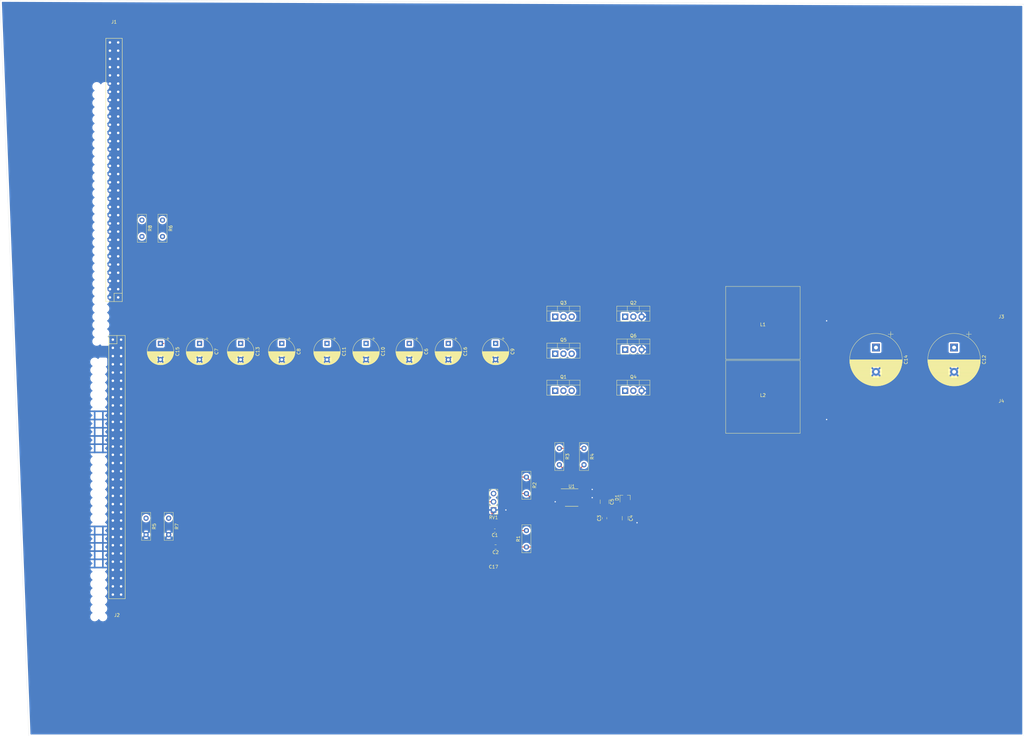
<source format=kicad_pcb>
(kicad_pcb (version 20171130) (host pcbnew "(5.1.4)-1")
  (layers (0 F.Cu signal) (1 In1.Cu signal) (2 In2.Cu signal) (31 B.Cu signal hide) (34 B.Paste user) (35 F.Paste user) (36 B.SilkS user) (37 F.SilkS user) (38 B.Mask user) (39 F.Mask user) (44 Edge.Cuts user))
  (net 0 "")
  (net 1 "Net-(C1-Pad1)")
  (net 2 GND)
  (net 3 "Net-(C17-Pad1)")
  (net 4 "Net-(C3-Pad2)")
  (net 5 "Net-(C4-Pad1)")
  (net 6 "Net-(D1-Pad1)")
  (net 7 "Net-(J1-Pad41)")
  (net 8 "Net-(J1-Pad40)")
  (net 9 "Net-(J1-Pad39)")
  (net 10 "Net-(J1-Pad38)")
  (net 11 "Net-(J1-Pad37)")
  (net 12 "Net-(J1-Pad36)")
  (net 13 "Net-(J1-Pad35)")
  (net 14 "Net-(J1-Pad31)")
  (net 15 "Net-(J1-Pad33)")
  (net 16 "Net-(J1-Pad32)")
  (net 17 "Net-(J1-Pad30)")
  (net 18 "Net-(J1-Pad29)")
  (net 19 "Net-(J1-Pad28)")
  (net 20 "Net-(J1-Pad27)")
  (net 21 "Net-(J1-Pad26)")
  (net 22 "Net-(J1-Pad25)")
  (net 23 "Net-(J1-Pad13)")
  (net 24 "Net-(J2-Pad25)")
  (net 25 "Net-(J2-Pad26)")
  (net 26 "Net-(J2-Pad27)")
  (net 27 "Net-(J2-Pad28)")
  (net 28 "Net-(J2-Pad29)")
  (net 29 "Net-(J2-Pad30)")
  (net 30 "Net-(J2-Pad31)")
  (net 31 "Net-(J2-Pad32)")
  (net 32 "Net-(J2-Pad33)")
  (net 33 "Net-(J2-Pad35)")
  (net 34 "Net-(J2-Pad36)")
  (net 35 "Net-(J2-Pad37)")
  (net 36 "Net-(J2-Pad38)")
  (net 37 "Net-(J2-Pad39)")
  (net 38 "Net-(J2-Pad40)")
  (net 39 "Net-(Q1-Pad1)")
  (net 40 "Net-(Q2-Pad1)")
  (net 41 "Net-(R2-Pad1)")
  (net 42 "Net-(R3-Pad2)")
  (net 43 "Net-(RV1-Pad2)")
  (net 44 "Net-(U1-Pad1)")
  (net 45 "Net-(U1-Pad3)")
  (net 46 /OutPutPowerBus)
  (net 47 "Net-(C5-Pad1)")
  (net 48 "Net-(C10-Pad1)")
  (net 49 "Net-(C12-Pad1)")
  (module Capacitor_SMD:C_0603_1608Metric_Pad1.05x0.95mm_HandSolder (layer F.Cu) (at 140.095 163.83 180)
    (fp_text reference C1 (at 0 -1.43) (layer F.SilkS))
    (fp_text value 2200pF)
    (pad 1 smd roundrect (at -0.875 0 180) (size 1.05 0.95) (layers F.Cu F.Paste F.Mask) (net 1 "Net-(C1-Pad1)"))
    (pad 2 smd roundrect (at 0.875 0 180) (size 1.05 0.95) (layers F.Cu F.Paste F.Mask) (net 2 GND))
  )
  (module Capacitor_SMD:C_0805_2012Metric (layer F.Cu) (at 140.335 168.91 180)
    (fp_text reference C2 (at 0 -1.65) (layer F.SilkS))
    (fp_text value 22pF)
    (pad 1 smd roundrect (at -0.9375 0 180) (size 0.975 1.4) (layers F.Cu F.Paste F.Mask) (net 3 "Net-(C17-Pad1)"))
    (pad 2 smd roundrect (at 0.9375 0 180) (size 0.975 1.4) (layers F.Cu F.Paste F.Mask) (net 2 GND))
  )
  (module Capacitor_SMD:C_0805_2012Metric (layer F.Cu) (at 173.99 160.02 90)
    (fp_text reference C3 (at 0 -1.65 90) (layer F.SilkS))
    (fp_text value 0.1uF)
    (pad 2 smd roundrect (at 0.9375 0 90) (size 0.975 1.4) (layers F.Cu F.Paste F.Mask) (net 4 "Net-(C3-Pad2)"))
    (pad 1 smd roundrect (at -0.9375 0 90) (size 0.975 1.4) (layers F.Cu F.Paste F.Mask) (net 2 GND))
  )
  (module Capacitor_SMD:C_1206_3216Metric (layer F.Cu) (at 180.34 160.02 270)
    (fp_text reference C4 (at 0 -1.82 90) (layer F.SilkS))
    (fp_text value "4.7 uF")
    (pad 1 smd roundrect (at -1.4 0 270) (size 1.25 1.75) (layers F.Cu F.Paste F.Mask) (roundrect_rratio 0.2) (net 5 "Net-(C4-Pad1)"))
    (pad 2 smd roundrect (at 1.4 0 270) (size 1.25 1.75) (layers F.Cu F.Paste F.Mask) (roundrect_rratio 0.2) (net 2 GND))
  )
  (module Capacitor_SMD:C_1210_3225Metric (layer F.Cu) (at 173.99 154.94 270)
    (fp_text reference C5 (at 0 -2.28 90) (layer F.SilkS))
    (fp_text value 0.47uF)
    (pad 1 smd roundrect (at -1.4 0 270) (size 1.25 2.65) (layers F.Cu F.Paste F.Mask) (roundrect_rratio 0.2) (net 47 "Net-(C5-Pad1)"))
    (pad 2 smd roundrect (at 1.4 0 270) (size 1.25 2.65) (layers F.Cu F.Paste F.Mask) (roundrect_rratio 0.2) (net 5 "Net-(C4-Pad1)"))
  )
  (module Capacitor_THT:CP_Radial_D8.0mm_P5.00mm (layer F.Cu) (at 113.665 106.045 270)
    (fp_text reference C6 (at 2.5 -5.25 90) (layer F.SilkS))
    (fp_text value 82uF)
    (pad 2 thru_hole circle (at 5 0 270) (size 1.6 1.6) (drill 0.8) (layers *.Cu *.Mask) (net 2 GND))
    (pad 1 thru_hole rect (at 0 0 270) (size 1.6 1.6) (drill 0.8) (layers *.Cu *.Mask) (net 48 "Net-(C10-Pad1)"))
  )
  (module Capacitor_THT:CP_Radial_D8.0mm_P5.00mm (layer F.Cu) (at 48.895 106.045 270)
    (fp_text reference C7 (at 2.5 -5.25 90) (layer F.SilkS))
    (fp_text value 82uF)
    (pad 1 thru_hole rect (at 0 0 270) (size 1.6 1.6) (drill 0.8) (layers *.Cu *.Mask) (net 48 "Net-(C10-Pad1)"))
    (pad 2 thru_hole circle (at 5 0 270) (size 1.6 1.6) (drill 0.8) (layers *.Cu *.Mask) (net 2 GND))
  )
  (module Capacitor_THT:CP_Radial_D8.0mm_P5.00mm (layer F.Cu) (at 74.295 106.045 270)
    (fp_text reference C8 (at 2.5 -5.25 90) (layer F.SilkS))
    (fp_text value 82uF)
    (pad 2 thru_hole circle (at 5 0 270) (size 1.6 1.6) (drill 0.8) (layers *.Cu *.Mask) (net 2 GND))
    (pad 1 thru_hole rect (at 0 0 270) (size 1.6 1.6) (drill 0.8) (layers *.Cu *.Mask) (net 48 "Net-(C10-Pad1)"))
  )
  (module Capacitor_THT:CP_Radial_D8.0mm_P5.00mm (layer F.Cu) (at 140.335 106.045 270)
    (fp_text reference C9 (at 2.5 -5.25 90) (layer F.SilkS))
    (fp_text value 82uF)
    (pad 1 thru_hole rect (at 0 0 270) (size 1.6 1.6) (drill 0.8) (layers *.Cu *.Mask) (net 48 "Net-(C10-Pad1)"))
    (pad 2 thru_hole circle (at 5 0 270) (size 1.6 1.6) (drill 0.8) (layers *.Cu *.Mask) (net 2 GND))
  )
  (module Capacitor_THT:CP_Radial_D8.0mm_P5.00mm (layer F.Cu) (at 100.33 106.045 270)
    (fp_text reference C10 (at 2.5 -5.25 90) (layer F.SilkS))
    (fp_text value 82uF)
    (pad 2 thru_hole circle (at 5 0 270) (size 1.6 1.6) (drill 0.8) (layers *.Cu *.Mask) (net 2 GND))
    (pad 1 thru_hole rect (at 0 0 270) (size 1.6 1.6) (drill 0.8) (layers *.Cu *.Mask) (net 48 "Net-(C10-Pad1)"))
  )
  (module Capacitor_THT:CP_Radial_D8.0mm_P5.00mm (layer F.Cu) (at 88.265 106.045 270)
    (fp_text reference C11 (at 2.5 -5.25 90) (layer F.SilkS))
    (fp_text value 82uF)
    (pad 1 thru_hole rect (at 0 0 270) (size 1.6 1.6) (drill 0.8) (layers *.Cu *.Mask) (net 48 "Net-(C10-Pad1)"))
    (pad 2 thru_hole circle (at 5 0 270) (size 1.6 1.6) (drill 0.8) (layers *.Cu *.Mask) (net 2 GND))
  )
  (module Capacitor_THT:CP_Radial_D16.0mm_P7.50mm (layer F.Cu) (at 281.94 107.315 270)
    (fp_text reference C12 (at 3.75 -9.25 90) (layer F.SilkS))
    (fp_text value 2200uF/50V)
    (pad 2 thru_hole circle (at 7.5 0 270) (size 2.4 2.4) (drill 1.2) (layers *.Cu *.Mask) (net 2 GND))
    (pad 1 thru_hole rect (at 0 0 270) (size 2.4 2.4) (drill 1.2) (layers *.Cu *.Mask) (net 49 "Net-(C12-Pad1)"))
  )
  (module Capacitor_THT:CP_Radial_D8.0mm_P5.00mm (layer F.Cu) (at 61.595 106.045 270)
    (fp_text reference C13 (at 2.5 -5.25 90) (layer F.SilkS))
    (fp_text value 82uF)
    (pad 1 thru_hole rect (at 0 0 270) (size 1.6 1.6) (drill 0.8) (layers *.Cu *.Mask) (net 48 "Net-(C10-Pad1)"))
    (pad 2 thru_hole circle (at 5 0 270) (size 1.6 1.6) (drill 0.8) (layers *.Cu *.Mask) (net 2 GND))
  )
  (module Capacitor_THT:CP_Radial_D16.0mm_P7.50mm (layer F.Cu) (at 257.81 107.315 270)
    (fp_text reference C14 (at 3.75 -9.25 90) (layer F.SilkS))
    (fp_text value 2200uF/50V)
    (pad 1 thru_hole rect (at 0 0 270) (size 2.4 2.4) (drill 1.2) (layers *.Cu *.Mask) (net 49 "Net-(C12-Pad1)"))
    (pad 2 thru_hole circle (at 7.5 0 270) (size 2.4 2.4) (drill 1.2) (layers *.Cu *.Mask) (net 2 GND))
  )
  (module Capacitor_THT:CP_Radial_D8.0mm_P5.00mm (layer F.Cu) (at 36.83 106.045 270)
    (fp_text reference C15 (at 2.5 -5.25 90) (layer F.SilkS))
    (fp_text value 82uF)
    (pad 2 thru_hole circle (at 5 0 270) (size 1.6 1.6) (drill 0.8) (layers *.Cu *.Mask) (net 2 GND))
    (pad 1 thru_hole rect (at 0 0 270) (size 1.6 1.6) (drill 0.8) (layers *.Cu *.Mask) (net 48 "Net-(C10-Pad1)"))
  )
  (module Capacitor_THT:CP_Radial_D8.0mm_P5.00mm (layer F.Cu) (at 125.73 106.045 270)
    (fp_text reference C16 (at 2.5 -5.25 90) (layer F.SilkS))
    (fp_text value 82uF)
    (pad 1 thru_hole rect (at 0 0 270) (size 1.6 1.6) (drill 0.8) (layers *.Cu *.Mask) (net 48 "Net-(C10-Pad1)"))
    (pad 2 thru_hole circle (at 5 0 270) (size 1.6 1.6) (drill 0.8) (layers *.Cu *.Mask) (net 2 GND))
  )
  (module Diode_SMD:D_SOT-23_ANK (layer F.Cu) (at 180.34 153.67 90)
    (fp_text reference D1 (at 0 -2.5 90) (layer F.SilkS))
    (fp_text value ZLLS1000TA)
    (pad 2 smd rect (at -1 -0.95 90) (size 0.9 0.8) (layers F.Cu F.Paste F.Mask) (net 5 "Net-(C4-Pad1)"))
    (pad "" smd rect (at -1 0.95 90) (size 0.9 0.8) (layers F.Cu F.Paste F.Mask))
    (pad 1 smd rect (at 1 0 90) (size 0.9 0.8) (layers F.Cu F.Paste F.Mask) (net 6 "Net-(D1-Pad1)"))
  )
  (module Connector_Wire:SolderWirePad_1x01_SMD_5x10mm (layer F.Cu) (at 296.545 101.6)
    (fp_text reference J3 (at 0 -3.81) (layer F.SilkS))
    (fp_text value Conn_01x01)
    (pad 1 smd rect (at 0 0) (size 5 10) (layers F.Cu F.Paste F.Mask) (net 49 "Net-(C12-Pad1)"))
  )
  (module Connector_Wire:SolderWirePad_1x01_SMD_5x10mm (layer F.Cu) (at 296.545 120.015 180)
    (fp_text reference J4 (at 0 -3.81) (layer F.SilkS))
    (fp_text value Conn_01x01)
    (pad 1 smd rect (at 0 0 180) (size 5 10) (layers F.Cu F.Paste F.Mask) (net 2 GND))
  )
  (module ThorPSU:MPX1D2213 (layer F.Cu) (at 222.885 99.695)
    (fp_text reference L1 (at 0 0.5) (layer F.SilkS))
    (fp_text value 15uH)
    (pad 2 smd rect (at 9.15 0) (size 6 18.5) (layers F.Cu F.Paste F.Mask) (net 49 "Net-(C12-Pad1)"))
    (pad 1 smd rect (at -9.15 0) (size 6 18.5) (layers F.Cu F.Paste F.Mask) (net 47 "Net-(C5-Pad1)"))
  )
  (module ThorPSU:MPX1D2213 (layer F.Cu) (at 222.885 122.555 180)
    (fp_text reference L2 (at 0 0.5) (layer F.SilkS))
    (fp_text value 15uH)
    (pad 1 smd rect (at -9.15 0 180) (size 6 18.5) (layers F.Cu F.Paste F.Mask) (net 49 "Net-(C12-Pad1)"))
    (pad 2 smd rect (at 9.15 0 180) (size 6 18.5) (layers F.Cu F.Paste F.Mask) (net 47 "Net-(C5-Pad1)"))
  )
  (module Package_TO_SOT_THT:TO-220-3_Vertical (layer F.Cu) (at 158.75 120.65)
    (fp_text reference Q1 (at 2.54 -4.27) (layer F.SilkS))
    (fp_text value PHP79NQ08LT)
    (pad 3 thru_hole oval (at 5.08 0) (size 1.905 2) (drill 1.1) (layers *.Cu *.Mask) (net 47 "Net-(C5-Pad1)"))
    (pad 2 thru_hole oval (at 2.54 0) (size 1.905 2) (drill 1.1) (layers *.Cu *.Mask) (net 48 "Net-(C10-Pad1)"))
    (pad 1 thru_hole rect (at 0 0) (size 1.905 2) (drill 1.1) (layers *.Cu *.Mask) (net 39 "Net-(Q1-Pad1)"))
  )
  (module Package_TO_SOT_THT:TO-220-3_Vertical (layer F.Cu) (at 180.34 97.79)
    (fp_text reference Q2 (at 2.54 -4.27) (layer F.SilkS))
    (fp_text value PHP79NQ08LT)
    (pad 1 thru_hole rect (at 0 0) (size 1.905 2) (drill 1.1) (layers *.Cu *.Mask) (net 40 "Net-(Q2-Pad1)"))
    (pad 2 thru_hole oval (at 2.54 0) (size 1.905 2) (drill 1.1) (layers *.Cu *.Mask) (net 47 "Net-(C5-Pad1)"))
    (pad 3 thru_hole oval (at 5.08 0) (size 1.905 2) (drill 1.1) (layers *.Cu *.Mask) (net 2 GND))
  )
  (module Package_TO_SOT_THT:TO-220-3_Vertical (layer F.Cu) (at 158.75 97.79)
    (fp_text reference Q3 (at 2.54 -4.27) (layer F.SilkS))
    (fp_text value PHP79NQ08LT)
    (pad 1 thru_hole rect (at 0 0) (size 1.905 2) (drill 1.1) (layers *.Cu *.Mask) (net 39 "Net-(Q1-Pad1)"))
    (pad 2 thru_hole oval (at 2.54 0) (size 1.905 2) (drill 1.1) (layers *.Cu *.Mask) (net 48 "Net-(C10-Pad1)"))
    (pad 3 thru_hole oval (at 5.08 0) (size 1.905 2) (drill 1.1) (layers *.Cu *.Mask) (net 47 "Net-(C5-Pad1)"))
  )
  (module Package_TO_SOT_THT:TO-220-3_Vertical (layer F.Cu) (at 180.34 120.65)
    (fp_text reference Q4 (at 2.54 -4.27) (layer F.SilkS))
    (fp_text value PHP79NQ08LT)
    (pad 3 thru_hole oval (at 5.08 0) (size 1.905 2) (drill 1.1) (layers *.Cu *.Mask) (net 2 GND))
    (pad 2 thru_hole oval (at 2.54 0) (size 1.905 2) (drill 1.1) (layers *.Cu *.Mask) (net 47 "Net-(C5-Pad1)"))
    (pad 1 thru_hole rect (at 0 0) (size 1.905 2) (drill 1.1) (layers *.Cu *.Mask) (net 40 "Net-(Q2-Pad1)"))
  )
  (module Package_TO_SOT_THT:TO-220-3_Vertical (layer F.Cu) (at 158.75 109.22)
    (fp_text reference Q5 (at 2.54 -4.27) (layer F.SilkS))
    (fp_text value PHP79NQ08LT)
    (pad 3 thru_hole oval (at 5.08 0) (size 1.905 2) (drill 1.1) (layers *.Cu *.Mask) (net 47 "Net-(C5-Pad1)"))
    (pad 2 thru_hole oval (at 2.54 0) (size 1.905 2) (drill 1.1) (layers *.Cu *.Mask) (net 48 "Net-(C10-Pad1)"))
    (pad 1 thru_hole rect (at 0 0) (size 1.905 2) (drill 1.1) (layers *.Cu *.Mask) (net 39 "Net-(Q1-Pad1)"))
  )
  (module Package_TO_SOT_THT:TO-220-3_Vertical (layer F.Cu) (at 180.34 107.95)
    (fp_text reference Q6 (at 2.54 -4.27) (layer F.SilkS))
    (fp_text value PHP79NQ08LT)
    (pad 1 thru_hole rect (at 0 0) (size 1.905 2) (drill 1.1) (layers *.Cu *.Mask) (net 40 "Net-(Q2-Pad1)"))
    (pad 2 thru_hole oval (at 2.54 0) (size 1.905 2) (drill 1.1) (layers *.Cu *.Mask) (net 47 "Net-(C5-Pad1)"))
    (pad 3 thru_hole oval (at 5.08 0) (size 1.905 2) (drill 1.1) (layers *.Cu *.Mask) (net 2 GND))
  )
  (module Resistor_THT:R_Box_L8.4mm_W2.5mm_P5.08mm (layer F.Cu) (at 149.86 168.91 90)
    (fp_text reference R1 (at 2.54 -2.52 90) (layer F.SilkS))
    (fp_text value 22k)
    (pad 2 thru_hole circle (at 5.08 0 90) (size 1.6 1.6) (drill 0.8) (layers *.Cu *.Mask) (net 1 "Net-(C1-Pad1)"))
    (pad 1 thru_hole circle (at 0 0 90) (size 1.6 1.6) (drill 0.8) (layers *.Cu *.Mask) (net 3 "Net-(C17-Pad1)"))
  )
  (module Resistor_THT:R_Box_L8.4mm_W2.5mm_P5.08mm (layer F.Cu) (at 149.86 147.32 270)
    (fp_text reference R2 (at 2.54 -2.52 90) (layer F.SilkS))
    (fp_text value 100k)
    (pad 1 thru_hole circle (at 0 0 270) (size 1.6 1.6) (drill 0.8) (layers *.Cu *.Mask) (net 41 "Net-(R2-Pad1)"))
    (pad 2 thru_hole circle (at 5.08 0 270) (size 1.6 1.6) (drill 0.8) (layers *.Cu *.Mask) (net 5 "Net-(C4-Pad1)"))
  )
  (module Resistor_THT:R_Box_L8.4mm_W2.5mm_P5.08mm (layer F.Cu) (at 160.02 138.43 270)
    (fp_text reference R3 (at 2.54 -2.52 90) (layer F.SilkS))
    (fp_text value 8570k)
    (pad 2 thru_hole circle (at 5.08 0 270) (size 1.6 1.6) (drill 0.8) (layers *.Cu *.Mask) (net 42 "Net-(R3-Pad2)"))
    (pad 1 thru_hole circle (at 0 0 270) (size 1.6 1.6) (drill 0.8) (layers *.Cu *.Mask) (net 48 "Net-(C10-Pad1)"))
  )
  (module Resistor_THT:R_Box_L8.4mm_W2.5mm_P5.08mm (layer F.Cu) (at 167.64 138.43 270)
    (fp_text reference R4 (at 2.54 -2.52 90) (layer F.SilkS))
    (fp_text value 2.2)
    (pad 1 thru_hole circle (at 0 0 270) (size 1.6 1.6) (drill 0.8) (layers *.Cu *.Mask) (net 48 "Net-(C10-Pad1)"))
    (pad 2 thru_hole circle (at 5.08 0 270) (size 1.6 1.6) (drill 0.8) (layers *.Cu *.Mask) (net 4 "Net-(C3-Pad2)"))
  )
  (module Resistor_THT:R_Box_L8.4mm_W2.5mm_P5.08mm (layer F.Cu) (at 32.385 160.02 270)
    (fp_text reference R5 (at 2.54 -2.52 90) (layer F.SilkS))
    (fp_text value "3.3 k")
    (pad 2 thru_hole circle (at 5.08 0 270) (size 1.6 1.6) (drill 0.8) (layers *.Cu *.Mask) (net 2 GND))
    (pad 1 thru_hole circle (at 0 0 270) (size 1.6 1.6) (drill 0.8) (layers *.Cu *.Mask) (net 31 "Net-(J2-Pad32)"))
  )
  (module Resistor_THT:R_Box_L8.4mm_W2.5mm_P5.08mm (layer F.Cu) (at 37.465 67.945 270)
    (fp_text reference R6 (at 2.54 -2.52 90) (layer F.SilkS))
    (fp_text value "3.3 k")
    (pad 1 thru_hole circle (at 0 0 270) (size 1.6 1.6) (drill 0.8) (layers *.Cu *.Mask) (net 16 "Net-(J1-Pad32)"))
    (pad 2 thru_hole circle (at 5.08 0 270) (size 1.6 1.6) (drill 0.8) (layers *.Cu *.Mask) (net 23 "Net-(J1-Pad13)"))
  )
  (module Resistor_THT:R_Box_L8.4mm_W2.5mm_P5.08mm (layer F.Cu) (at 39.37 160.02 270)
    (fp_text reference R7 (at 2.54 -2.52 90) (layer F.SilkS))
    (fp_text value "3.3 k")
    (pad 1 thru_hole circle (at 0 0 270) (size 1.6 1.6) (drill 0.8) (layers *.Cu *.Mask) (net 31 "Net-(J2-Pad32)"))
    (pad 2 thru_hole circle (at 5.08 0 270) (size 1.6 1.6) (drill 0.8) (layers *.Cu *.Mask) (net 2 GND))
  )
  (module Resistor_THT:R_Box_L8.4mm_W2.5mm_P5.08mm (layer F.Cu) (at 31.115 67.945 270)
    (fp_text reference R8 (at 2.54 -2.52 90) (layer F.SilkS))
    (fp_text value "3.3 k")
    (pad 2 thru_hole circle (at 5.08 0 270) (size 1.6 1.6) (drill 0.8) (layers *.Cu *.Mask) (net 23 "Net-(J1-Pad13)"))
    (pad 1 thru_hole circle (at 0 0 270) (size 1.6 1.6) (drill 0.8) (layers *.Cu *.Mask) (net 16 "Net-(J1-Pad32)"))
  )
  (module Connector_PinHeader_2.54mm:PinHeader_1x03_P2.54mm_Vertical (layer F.Cu) (at 139.7 157.48 180)
    (fp_text reference RV1 (at 0 -2.33) (layer F.SilkS))
    (fp_text value R_POT)
    (pad 1 thru_hole rect (at 0 0 180) (size 1.7 1.7) (drill 1) (layers *.Cu *.Mask) (net 2 GND))
    (pad 2 thru_hole oval (at 0 2.54 180) (size 1.7 1.7) (drill 1) (layers *.Cu *.Mask) (net 43 "Net-(RV1-Pad2)"))
    (pad 3 thru_hole oval (at 0 5.08 180) (size 1.7 1.7) (drill 1) (layers *.Cu *.Mask) (net 49 "Net-(C12-Pad1)"))
  )
  (module Package_SO:SSOP-16_3.9x4.9mm_P0.635mm (layer F.Cu) (at 163.83 153.67)
    (fp_text reference U1 (at 0 -3.5) (layer F.SilkS))
    (fp_text value LTC3878)
    (pad 1 smd rect (at -2.6 -2.2225) (size 1.2 0.4) (layers F.Cu F.Paste F.Mask) (net 44 "Net-(U1-Pad1)"))
    (pad 2 smd rect (at -2.6 -1.5875) (size 1.2 0.4) (layers F.Cu F.Paste F.Mask) (net 41 "Net-(R2-Pad1)"))
    (pad 3 smd rect (at -2.6 -0.9525) (size 1.2 0.4) (layers F.Cu F.Paste F.Mask) (net 45 "Net-(U1-Pad3)"))
    (pad 4 smd rect (at -2.6 -0.3175) (size 1.2 0.4) (layers F.Cu F.Paste F.Mask) (net 5 "Net-(C4-Pad1)"))
    (pad 5 smd rect (at -2.6 0.3175) (size 1.2 0.4) (layers F.Cu F.Paste F.Mask) (net 3 "Net-(C17-Pad1)"))
    (pad 6 smd rect (at -2.6 0.9525) (size 1.2 0.4) (layers F.Cu F.Paste F.Mask) (net 2 GND))
    (pad 7 smd rect (at -2.6 1.5875) (size 1.2 0.4) (layers F.Cu F.Paste F.Mask) (net 42 "Net-(R3-Pad2)"))
    (pad 8 smd rect (at -2.6 2.2225) (size 1.2 0.4) (layers F.Cu F.Paste F.Mask) (net 43 "Net-(RV1-Pad2)"))
    (pad 9 smd rect (at 2.6 2.2225) (size 1.2 0.4) (layers F.Cu F.Paste F.Mask) (net 41 "Net-(R2-Pad1)"))
    (pad 10 smd rect (at 2.6 1.5875) (size 1.2 0.4) (layers F.Cu F.Paste F.Mask) (net 4 "Net-(C3-Pad2)"))
    (pad 11 smd rect (at 2.6 0.9525) (size 1.2 0.4) (layers F.Cu F.Paste F.Mask) (net 5 "Net-(C4-Pad1)"))
    (pad 12 smd rect (at 2.6 0.3175) (size 1.2 0.4) (layers F.Cu F.Paste F.Mask) (net 40 "Net-(Q2-Pad1)"))
    (pad 13 smd rect (at 2.6 -0.3175) (size 1.2 0.4) (layers F.Cu F.Paste F.Mask) (net 2 GND))
    (pad 14 smd rect (at 2.6 -0.9525) (size 1.2 0.4) (layers F.Cu F.Paste F.Mask) (net 47 "Net-(C5-Pad1)"))
    (pad 15 smd rect (at 2.6 -1.5875) (size 1.2 0.4) (layers F.Cu F.Paste F.Mask) (net 39 "Net-(Q1-Pad1)"))
    (pad 16 smd rect (at 2.6 -2.2225) (size 1.2 0.4) (layers F.Cu F.Paste F.Mask) (net 6 "Net-(D1-Pad1)"))
  )
  (module Capacitor_SMD:C_0201_0603Metric (layer F.Cu) (at 139.7 173.99 180)
    (fp_text reference C17 (at 0 -1.05) (layer F.SilkS))
    (fp_text value 22pF)
    (pad 1 smd roundrect (at -0.32 0 180) (size 0.46 0.4) (layers F.Cu F.Mask) (net 3 "Net-(C17-Pad1)"))
    (pad 2 smd roundrect (at 0.32 0 180) (size 0.46 0.4) (layers F.Cu F.Mask) (net 2 GND))
  )
  (module "ThorPSU:HP DPS connector" (layer F.Cu) (at 22.5 55 180)
    (fp_text reference J1 (at 0 48.26) (layer F.SilkS))
    (fp_text value Conn_02x32_Counter_Clockwise)
    (pad 33 thru_hole circle (at 1.27 41.91 180) (size 1.524 1.524) (drill 0.762) (layers *.Cu *.Mask) (net 15 "Net-(J1-Pad33)"))
    (pad 34 thru_hole circle (at 1.27 39.37 180) (size 1.524 1.524) (drill 0.762) (layers *.Cu *.Mask) (net 14 "Net-(J1-Pad31)"))
    (pad 35 thru_hole circle (at 1.27 36.83 180) (size 1.524 1.524) (drill 0.762) (layers *.Cu *.Mask) (net 13 "Net-(J1-Pad35)"))
    (pad 36 thru_hole circle (at 1.27 34.29 180) (size 1.524 1.524) (drill 0.762) (layers *.Cu *.Mask) (net 12 "Net-(J1-Pad36)"))
    (pad 37 thru_hole circle (at 1.27 31.75 180) (size 1.524 1.524) (drill 0.762) (layers *.Cu *.Mask) (net 11 "Net-(J1-Pad37)"))
    (pad 38 thru_hole circle (at 1.27 29.21 180) (size 1.524 1.524) (drill 0.762) (layers *.Cu *.Mask) (net 10 "Net-(J1-Pad38)"))
    (pad 39 thru_hole circle (at 1.27 26.67 180) (size 1.524 1.524) (drill 0.762) (layers *.Cu *.Mask) (net 9 "Net-(J1-Pad39)"))
    (pad 40 thru_hole circle (at 1.27 24.13 180) (size 1.524 1.524) (drill 0.762) (layers *.Cu *.Mask) (net 8 "Net-(J1-Pad40)"))
    (pad 41 thru_hole circle (at 1.27 21.59 180) (size 1.524 1.524) (drill 0.762) (layers *.Cu *.Mask) (net 7 "Net-(J1-Pad41)"))
    (pad 42 thru_hole circle (at 1.27 19.05 180) (size 1.524 1.524) (drill 0.762) (layers *.Cu *.Mask) (net 7 "Net-(J1-Pad41)"))
    (pad 43 thru_hole circle (at 1.27 16.51 180) (size 1.524 1.524) (drill 0.762) (layers *.Cu *.Mask) (net 7 "Net-(J1-Pad41)"))
    (pad 44 thru_hole circle (at 1.27 13.97 180) (size 1.524 1.524) (drill 0.762) (layers *.Cu *.Mask) (net 7 "Net-(J1-Pad41)"))
    (pad 45 thru_hole circle (at 1.27 11.43 180) (size 1.524 1.524) (drill 0.762) (layers *.Cu *.Mask) (net 7 "Net-(J1-Pad41)"))
    (pad 46 thru_hole circle (at 1.27 8.89 180) (size 1.524 1.524) (drill 0.762) (layers *.Cu *.Mask) (net 7 "Net-(J1-Pad41)"))
    (pad 47 thru_hole circle (at 1.27 6.35 180) (size 1.524 1.524) (drill 0.762) (layers *.Cu *.Mask) (net 7 "Net-(J1-Pad41)"))
    (pad 48 thru_hole circle (at 1.27 3.81 180) (size 1.524 1.524) (drill 0.762) (layers *.Cu *.Mask) (net 7 "Net-(J1-Pad41)"))
    (pad 49 thru_hole circle (at 1.27 1.27 180) (size 1.524 1.524) (drill 0.762) (layers *.Cu *.Mask) (net 7 "Net-(J1-Pad41)"))
    (pad 50 thru_hole circle (at 1.27 -1.27 180) (size 1.524 1.524) (drill 0.762) (layers *.Cu *.Mask) (net 7 "Net-(J1-Pad41)"))
    (pad 51 thru_hole circle (at 1.27 -3.81 180) (size 1.524 1.524) (drill 0.762) (layers *.Cu *.Mask) (net 7 "Net-(J1-Pad41)"))
    (pad 52 thru_hole circle (at 1.27 -6.35 180) (size 1.524 1.524) (drill 0.762) (layers *.Cu *.Mask) (net 7 "Net-(J1-Pad41)"))
    (pad 53 thru_hole circle (at 1.27 -8.89 180) (size 1.524 1.524) (drill 0.762) (layers *.Cu *.Mask) (net 48 "Net-(C10-Pad1)"))
    (pad 54 thru_hole circle (at 1.27 -11.43 180) (size 1.524 1.524) (drill 0.762) (layers *.Cu *.Mask) (net 48 "Net-(C10-Pad1)"))
    (pad 55 thru_hole circle (at 1.27 -13.97 180) (size 1.524 1.524) (drill 0.762) (layers *.Cu *.Mask) (net 48 "Net-(C10-Pad1)"))
    (pad 56 thru_hole circle (at 1.27 -16.51 180) (size 1.524 1.524) (drill 0.762) (layers *.Cu *.Mask) (net 48 "Net-(C10-Pad1)"))
    (pad 57 thru_hole circle (at 1.27 -19.05 180) (size 1.524 1.524) (drill 0.762) (layers *.Cu *.Mask) (net 48 "Net-(C10-Pad1)"))
    (pad 58 thru_hole circle (at 1.27 -21.59 180) (size 1.524 1.524) (drill 0.762) (layers *.Cu *.Mask) (net 48 "Net-(C10-Pad1)"))
    (pad 59 thru_hole circle (at 1.27 -24.13 180) (size 1.524 1.524) (drill 0.762) (layers *.Cu *.Mask) (net 48 "Net-(C10-Pad1)"))
    (pad 60 thru_hole circle (at 1.27 -26.67 180) (size 1.524 1.524) (drill 0.762) (layers *.Cu *.Mask) (net 48 "Net-(C10-Pad1)"))
    (pad 61 thru_hole circle (at 1.27 -29.21 180) (size 1.524 1.524) (drill 0.762) (layers *.Cu *.Mask) (net 48 "Net-(C10-Pad1)"))
    (pad 62 thru_hole circle (at 1.27 -31.75 180) (size 1.524 1.524) (drill 0.762) (layers *.Cu *.Mask) (net 48 "Net-(C10-Pad1)"))
    (pad 63 thru_hole circle (at 1.27 -34.29 180) (size 1.524 1.524) (drill 0.762) (layers *.Cu *.Mask) (net 48 "Net-(C10-Pad1)"))
    (pad 1 thru_hole rect (at -1.27 -36.83 180) (size 1.524 1.524) (drill 0.762) (layers *.Cu *.Mask) (net 48 "Net-(C10-Pad1)"))
    (pad 2 thru_hole circle (at -1.27 -34.29 180) (size 1.524 1.524) (drill 0.762) (layers *.Cu *.Mask) (net 48 "Net-(C10-Pad1)"))
    (pad 3 thru_hole circle (at -1.27 -31.75 180) (size 1.524 1.524) (drill 0.762) (layers *.Cu *.Mask) (net 48 "Net-(C10-Pad1)"))
    (pad 4 thru_hole circle (at -1.27 -29.21 180) (size 1.524 1.524) (drill 0.762) (layers *.Cu *.Mask) (net 48 "Net-(C10-Pad1)"))
    (pad 5 thru_hole circle (at -1.27 -26.67 180) (size 1.524 1.524) (drill 0.762) (layers *.Cu *.Mask) (net 48 "Net-(C10-Pad1)"))
    (pad 6 thru_hole circle (at -1.27 -24.13 180) (size 1.524 1.524) (drill 0.762) (layers *.Cu *.Mask) (net 48 "Net-(C10-Pad1)"))
    (pad 7 thru_hole circle (at -1.27 -21.59 180) (size 1.524 1.524) (drill 0.762) (layers *.Cu *.Mask) (net 48 "Net-(C10-Pad1)"))
    (pad 8 thru_hole circle (at -1.27 -19.05 180) (size 1.524 1.524) (drill 0.762) (layers *.Cu *.Mask) (net 48 "Net-(C10-Pad1)"))
    (pad 9 thru_hole circle (at -1.27 -16.51 180) (size 1.524 1.524) (drill 0.762) (layers *.Cu *.Mask) (net 48 "Net-(C10-Pad1)"))
    (pad 10 thru_hole circle (at -1.27 -13.97 180) (size 1.524 1.524) (drill 0.762) (layers *.Cu *.Mask) (net 48 "Net-(C10-Pad1)"))
    (pad 11 thru_hole circle (at -1.27 -11.43 180) (size 1.524 1.524) (drill 0.762) (layers *.Cu *.Mask) (net 48 "Net-(C10-Pad1)"))
    (pad 12 thru_hole circle (at -1.27 -8.89 180) (size 1.524 1.524) (drill 0.762) (layers *.Cu *.Mask) (net 48 "Net-(C10-Pad1)"))
    (pad 13 thru_hole circle (at -1.27 -6.35 180) (size 1.524 1.524) (drill 0.762) (layers *.Cu *.Mask) (net 23 "Net-(J1-Pad13)"))
    (pad 14 thru_hole circle (at -1.27 -3.81 180) (size 1.524 1.524) (drill 0.762) (layers *.Cu *.Mask) (net 23 "Net-(J1-Pad13)"))
    (pad 15 thru_hole circle (at -1.27 -1.27 180) (size 1.524 1.524) (drill 0.762) (layers *.Cu *.Mask) (net 23 "Net-(J1-Pad13)"))
    (pad 16 thru_hole circle (at -1.27 1.27 180) (size 1.524 1.524) (drill 0.762) (layers *.Cu *.Mask) (net 23 "Net-(J1-Pad13)"))
    (pad 17 thru_hole circle (at -1.27 3.81 180) (size 1.524 1.524) (drill 0.762) (layers *.Cu *.Mask) (net 23 "Net-(J1-Pad13)"))
    (pad 18 thru_hole circle (at -1.27 6.35 180) (size 1.524 1.524) (drill 0.762) (layers *.Cu *.Mask) (net 23 "Net-(J1-Pad13)"))
    (pad 19 thru_hole circle (at -1.27 8.89 180) (size 1.524 1.524) (drill 0.762) (layers *.Cu *.Mask) (net 23 "Net-(J1-Pad13)"))
    (pad 20 thru_hole circle (at -1.27 11.43 180) (size 1.524 1.524) (drill 0.762) (layers *.Cu *.Mask) (net 23 "Net-(J1-Pad13)"))
    (pad 21 thru_hole circle (at -1.27 13.97 180) (size 1.524 1.524) (drill 0.762) (layers *.Cu *.Mask) (net 23 "Net-(J1-Pad13)"))
    (pad 22 thru_hole circle (at -1.27 16.51 180) (size 1.524 1.524) (drill 0.762) (layers *.Cu *.Mask) (net 23 "Net-(J1-Pad13)"))
    (pad 23 thru_hole circle (at -1.27 19.05 180) (size 1.524 1.524) (drill 0.762) (layers *.Cu *.Mask) (net 23 "Net-(J1-Pad13)"))
    (pad 24 thru_hole circle (at -1.27 21.59 180) (size 1.524 1.524) (drill 0.762) (layers *.Cu *.Mask) (net 23 "Net-(J1-Pad13)"))
    (pad 25 thru_hole circle (at -1.27 24.13 180) (size 1.524 1.524) (drill 0.762) (layers *.Cu *.Mask) (net 22 "Net-(J1-Pad25)"))
    (pad 26 thru_hole circle (at -1.27 26.67 180) (size 1.524 1.524) (drill 0.762) (layers *.Cu *.Mask) (net 21 "Net-(J1-Pad26)"))
    (pad 27 thru_hole circle (at -1.27 29.21 180) (size 1.524 1.524) (drill 0.762) (layers *.Cu *.Mask) (net 20 "Net-(J1-Pad27)"))
    (pad 28 thru_hole circle (at -1.27 31.75 180) (size 1.524 1.524) (drill 0.762) (layers *.Cu *.Mask) (net 19 "Net-(J1-Pad28)"))
    (pad 29 thru_hole circle (at -1.27 34.29 180) (size 1.524 1.524) (drill 0.762) (layers *.Cu *.Mask) (net 18 "Net-(J1-Pad29)"))
    (pad 30 thru_hole circle (at -1.27 36.83 180) (size 1.524 1.524) (drill 0.762) (layers *.Cu *.Mask) (net 17 "Net-(J1-Pad30)"))
    (pad 31 thru_hole circle (at -1.27 39.37 180) (size 1.524 1.524) (drill 0.762) (layers *.Cu *.Mask) (net 14 "Net-(J1-Pad31)"))
    (pad 32 thru_hole circle (at -1.27 41.91 180) (size 1.524 1.524) (drill 0.762) (layers *.Cu *.Mask) (net 16 "Net-(J1-Pad32)"))
    (pad 64 thru_hole circle (at 1.27 -36.83 180) (size 1.524 1.524) (drill 0.762) (layers *.Cu *.Mask) (net 48 "Net-(C10-Pad1)"))
  )
  (module "ThorPSU:HP DPS connector" (layer F.Cu) (at 23.4 141.7)
    (fp_text reference J2 (at 0 48.26) (layer F.SilkS))
    (fp_text value Conn_02x32_Counter_Clockwise)
    (pad 64 thru_hole circle (at 1.27 -36.83) (size 1.524 1.524) (drill 0.762) (layers *.Cu *.Mask) (net 7 "Net-(J1-Pad41)"))
    (pad 32 thru_hole circle (at -1.27 41.91) (size 1.524 1.524) (drill 0.762) (layers *.Cu *.Mask) (net 31 "Net-(J2-Pad32)"))
    (pad 31 thru_hole circle (at -1.27 39.37) (size 1.524 1.524) (drill 0.762) (layers *.Cu *.Mask) (net 30 "Net-(J2-Pad31)"))
    (pad 30 thru_hole circle (at -1.27 36.83) (size 1.524 1.524) (drill 0.762) (layers *.Cu *.Mask) (net 29 "Net-(J2-Pad30)"))
    (pad 29 thru_hole circle (at -1.27 34.29) (size 1.524 1.524) (drill 0.762) (layers *.Cu *.Mask) (net 28 "Net-(J2-Pad29)"))
    (pad 28 thru_hole circle (at -1.27 31.75) (size 1.524 1.524) (drill 0.762) (layers *.Cu *.Mask) (net 27 "Net-(J2-Pad28)"))
    (pad 27 thru_hole circle (at -1.27 29.21) (size 1.524 1.524) (drill 0.762) (layers *.Cu *.Mask) (net 26 "Net-(J2-Pad27)"))
    (pad 26 thru_hole circle (at -1.27 26.67) (size 1.524 1.524) (drill 0.762) (layers *.Cu *.Mask) (net 25 "Net-(J2-Pad26)"))
    (pad 25 thru_hole circle (at -1.27 24.13) (size 1.524 1.524) (drill 0.762) (layers *.Cu *.Mask) (net 24 "Net-(J2-Pad25)"))
    (pad 24 thru_hole circle (at -1.27 21.59) (size 1.524 1.524) (drill 0.762) (layers *.Cu *.Mask) (net 2 GND))
    (pad 23 thru_hole circle (at -1.27 19.05) (size 1.524 1.524) (drill 0.762) (layers *.Cu *.Mask) (net 2 GND))
    (pad 22 thru_hole circle (at -1.27 16.51) (size 1.524 1.524) (drill 0.762) (layers *.Cu *.Mask) (net 2 GND))
    (pad 21 thru_hole circle (at -1.27 13.97) (size 1.524 1.524) (drill 0.762) (layers *.Cu *.Mask) (net 2 GND))
    (pad 20 thru_hole circle (at -1.27 11.43) (size 1.524 1.524) (drill 0.762) (layers *.Cu *.Mask) (net 2 GND))
    (pad 19 thru_hole circle (at -1.27 8.89) (size 1.524 1.524) (drill 0.762) (layers *.Cu *.Mask) (net 2 GND))
    (pad 18 thru_hole circle (at -1.27 6.35) (size 1.524 1.524) (drill 0.762) (layers *.Cu *.Mask) (net 2 GND))
    (pad 17 thru_hole circle (at -1.27 3.81) (size 1.524 1.524) (drill 0.762) (layers *.Cu *.Mask) (net 2 GND))
    (pad 16 thru_hole circle (at -1.27 1.27) (size 1.524 1.524) (drill 0.762) (layers *.Cu *.Mask) (net 2 GND))
    (pad 15 thru_hole circle (at -1.27 -1.27) (size 1.524 1.524) (drill 0.762) (layers *.Cu *.Mask) (net 2 GND))
    (pad 14 thru_hole circle (at -1.27 -3.81) (size 1.524 1.524) (drill 0.762) (layers *.Cu *.Mask) (net 2 GND))
    (pad 13 thru_hole circle (at -1.27 -6.35) (size 1.524 1.524) (drill 0.762) (layers *.Cu *.Mask) (net 2 GND))
    (pad 12 thru_hole circle (at -1.27 -8.89) (size 1.524 1.524) (drill 0.762) (layers *.Cu *.Mask) (net 23 "Net-(J1-Pad13)"))
    (pad 11 thru_hole circle (at -1.27 -11.43) (size 1.524 1.524) (drill 0.762) (layers *.Cu *.Mask) (net 23 "Net-(J1-Pad13)"))
    (pad 10 thru_hole circle (at -1.27 -13.97) (size 1.524 1.524) (drill 0.762) (layers *.Cu *.Mask) (net 23 "Net-(J1-Pad13)"))
    (pad 9 thru_hole circle (at -1.27 -16.51) (size 1.524 1.524) (drill 0.762) (layers *.Cu *.Mask) (net 23 "Net-(J1-Pad13)"))
    (pad 8 thru_hole circle (at -1.27 -19.05) (size 1.524 1.524) (drill 0.762) (layers *.Cu *.Mask) (net 23 "Net-(J1-Pad13)"))
    (pad 7 thru_hole circle (at -1.27 -21.59) (size 1.524 1.524) (drill 0.762) (layers *.Cu *.Mask) (net 23 "Net-(J1-Pad13)"))
    (pad 6 thru_hole circle (at -1.27 -24.13) (size 1.524 1.524) (drill 0.762) (layers *.Cu *.Mask) (net 23 "Net-(J1-Pad13)"))
    (pad 5 thru_hole circle (at -1.27 -26.67) (size 1.524 1.524) (drill 0.762) (layers *.Cu *.Mask) (net 23 "Net-(J1-Pad13)"))
    (pad 4 thru_hole circle (at -1.27 -29.21) (size 1.524 1.524) (drill 0.762) (layers *.Cu *.Mask) (net 23 "Net-(J1-Pad13)"))
    (pad 3 thru_hole circle (at -1.27 -31.75) (size 1.524 1.524) (drill 0.762) (layers *.Cu *.Mask) (net 23 "Net-(J1-Pad13)"))
    (pad 2 thru_hole circle (at -1.27 -34.29) (size 1.524 1.524) (drill 0.762) (layers *.Cu *.Mask) (net 23 "Net-(J1-Pad13)"))
    (pad 1 thru_hole rect (at -1.27 -36.83) (size 1.524 1.524) (drill 0.762) (layers *.Cu *.Mask) (net 23 "Net-(J1-Pad13)"))
    (pad 63 thru_hole circle (at 1.27 -34.29) (size 1.524 1.524) (drill 0.762) (layers *.Cu *.Mask) (net 7 "Net-(J1-Pad41)"))
    (pad 62 thru_hole circle (at 1.27 -31.75) (size 1.524 1.524) (drill 0.762) (layers *.Cu *.Mask) (net 7 "Net-(J1-Pad41)"))
    (pad 61 thru_hole circle (at 1.27 -29.21) (size 1.524 1.524) (drill 0.762) (layers *.Cu *.Mask) (net 7 "Net-(J1-Pad41)"))
    (pad 60 thru_hole circle (at 1.27 -26.67) (size 1.524 1.524) (drill 0.762) (layers *.Cu *.Mask) (net 7 "Net-(J1-Pad41)"))
    (pad 59 thru_hole circle (at 1.27 -24.13) (size 1.524 1.524) (drill 0.762) (layers *.Cu *.Mask) (net 7 "Net-(J1-Pad41)"))
    (pad 58 thru_hole circle (at 1.27 -21.59) (size 1.524 1.524) (drill 0.762) (layers *.Cu *.Mask) (net 7 "Net-(J1-Pad41)"))
    (pad 57 thru_hole circle (at 1.27 -19.05) (size 1.524 1.524) (drill 0.762) (layers *.Cu *.Mask) (net 7 "Net-(J1-Pad41)"))
    (pad 56 thru_hole circle (at 1.27 -16.51) (size 1.524 1.524) (drill 0.762) (layers *.Cu *.Mask) (net 7 "Net-(J1-Pad41)"))
    (pad 55 thru_hole circle (at 1.27 -13.97) (size 1.524 1.524) (drill 0.762) (layers *.Cu *.Mask) (net 7 "Net-(J1-Pad41)"))
    (pad 54 thru_hole circle (at 1.27 -11.43) (size 1.524 1.524) (drill 0.762) (layers *.Cu *.Mask) (net 7 "Net-(J1-Pad41)"))
    (pad 53 thru_hole circle (at 1.27 -8.89) (size 1.524 1.524) (drill 0.762) (layers *.Cu *.Mask) (net 7 "Net-(J1-Pad41)"))
    (pad 52 thru_hole circle (at 1.27 -6.35) (size 1.524 1.524) (drill 0.762) (layers *.Cu *.Mask) (net 2 GND))
    (pad 51 thru_hole circle (at 1.27 -3.81) (size 1.524 1.524) (drill 0.762) (layers *.Cu *.Mask) (net 2 GND))
    (pad 50 thru_hole circle (at 1.27 -1.27) (size 1.524 1.524) (drill 0.762) (layers *.Cu *.Mask) (net 2 GND))
    (pad 49 thru_hole circle (at 1.27 1.27) (size 1.524 1.524) (drill 0.762) (layers *.Cu *.Mask) (net 2 GND))
    (pad 48 thru_hole circle (at 1.27 3.81) (size 1.524 1.524) (drill 0.762) (layers *.Cu *.Mask) (net 2 GND))
    (pad 47 thru_hole circle (at 1.27 6.35) (size 1.524 1.524) (drill 0.762) (layers *.Cu *.Mask) (net 2 GND))
    (pad 46 thru_hole circle (at 1.27 8.89) (size 1.524 1.524) (drill 0.762) (layers *.Cu *.Mask) (net 2 GND))
    (pad 45 thru_hole circle (at 1.27 11.43) (size 1.524 1.524) (drill 0.762) (layers *.Cu *.Mask) (net 2 GND))
    (pad 44 thru_hole circle (at 1.27 13.97) (size 1.524 1.524) (drill 0.762) (layers *.Cu *.Mask) (net 2 GND))
    (pad 43 thru_hole circle (at 1.27 16.51) (size 1.524 1.524) (drill 0.762) (layers *.Cu *.Mask) (net 2 GND))
    (pad 42 thru_hole circle (at 1.27 19.05) (size 1.524 1.524) (drill 0.762) (layers *.Cu *.Mask) (net 2 GND))
    (pad 41 thru_hole circle (at 1.27 21.59) (size 1.524 1.524) (drill 0.762) (layers *.Cu *.Mask) (net 2 GND))
    (pad 40 thru_hole circle (at 1.27 24.13) (size 1.524 1.524) (drill 0.762) (layers *.Cu *.Mask) (net 38 "Net-(J2-Pad40)"))
    (pad 39 thru_hole circle (at 1.27 26.67) (size 1.524 1.524) (drill 0.762) (layers *.Cu *.Mask) (net 37 "Net-(J2-Pad39)"))
    (pad 38 thru_hole circle (at 1.27 29.21) (size 1.524 1.524) (drill 0.762) (layers *.Cu *.Mask) (net 36 "Net-(J2-Pad38)"))
    (pad 37 thru_hole circle (at 1.27 31.75) (size 1.524 1.524) (drill 0.762) (layers *.Cu *.Mask) (net 35 "Net-(J2-Pad37)"))
    (pad 36 thru_hole circle (at 1.27 34.29) (size 1.524 1.524) (drill 0.762) (layers *.Cu *.Mask) (net 34 "Net-(J2-Pad36)"))
    (pad 35 thru_hole circle (at 1.27 36.83) (size 1.524 1.524) (drill 0.762) (layers *.Cu *.Mask) (net 33 "Net-(J2-Pad35)"))
    (pad 34 thru_hole circle (at 1.27 39.37) (size 1.524 1.524) (drill 0.762) (layers *.Cu *.Mask) (net 30 "Net-(J2-Pad31)"))
    (pad 33 thru_hole circle (at 1.27 41.91) (size 1.524 1.524) (drill 0.762) (layers *.Cu *.Mask) (net 32 "Net-(J2-Pad33)"))
  )
  (gr_line (start -3.81 227.33) (end -12.7 0) (layer Edge.Cuts) (width 0.05))
  (gr_line (start 303.53 227.33) (end -3.81 227.33) (layer Edge.Cuts) (width 0.05))
  (gr_line (start 303.53 1.27) (end 303.53 227.33) (layer Edge.Cuts) (width 0.05))
  (gr_line (start -12.7 0) (end 303.53 1.27) (layer Edge.Cuts) (width 0.05))
  (segment (start 141.21 163.83) (end 149.86 163.83) (width 0.25) (layer F.Cu) (net 1))
  (segment (start 139.22 168.7325) (end 139.3975 168.91) (width 0.25) (layer F.Cu) (net 2))
  (segment (start 139.22 163.83) (end 139.22 168.7325) (width 0.25) (layer F.Cu) (net 2))
  (segment (start 139.38 168.9275) (end 139.3975 168.91) (width 0.25) (layer F.Cu) (net 2))
  (segment (start 139.38 173.99) (end 139.38 168.9275) (width 0.25) (layer F.Cu) (net 2))
  (segment (start 139.22 157.96) (end 139.7 157.48) (width 0.25) (layer F.Cu) (net 2))
  (segment (start 139.22 163.83) (end 139.22 157.96) (width 0.25) (layer F.Cu) (net 2))
  (segment (start 139.7 157.48) (end 143.51 157.48) (width 0.25) (layer F.Cu) (net 2))
  (segment (start 143.51 157.48) (end 143.51 157.48) (width 0.25) (layer F.Cu) (net 2))
  (via (at 143.51 157.48) (size 0.8) (drill 0.4) (layers F.Cu B.Cu) (net 2))
  (segment (start 161.23 154.6225) (end 159.0675 154.6225) (width 0.25) (layer F.Cu) (net 2))
  (segment (start 159.0675 154.6225) (end 158.75 154.94) (width 0.25) (layer F.Cu) (net 2))
  (segment (start 158.75 154.94) (end 158.75 154.94) (width 0.25) (layer F.Cu) (net 2))
  (via (at 158.75 154.94) (size 0.8) (drill 0.4) (layers F.Cu B.Cu) (net 2))
  (segment (start 179.8775 160.9575) (end 180.34 161.42) (width 0.25) (layer F.Cu) (net 2))
  (segment (start 173.99 160.9575) (end 179.8775 160.9575) (width 0.25) (layer F.Cu) (net 2))
  (segment (start 180.34 161.42) (end 184.02 161.42) (width 0.25) (layer F.Cu) (net 2))
  (segment (start 184.02 161.42) (end 184.02 161.42) (width 0.25) (layer F.Cu) (net 2))
  (via (at 184.02 161.42) (size 0.8) (drill 0.4) (layers F.Cu B.Cu) (net 2))
  (segment (start 140.02 173.99) (end 140.97 173.99) (width 0.25) (layer F.Cu) (net 3))
  (segment (start 141.2725 173.6875) (end 141.2725 168.91) (width 0.25) (layer F.Cu) (net 3))
  (segment (start 140.97 173.99) (end 141.2725 173.6875) (width 0.25) (layer F.Cu) (net 3))
  (segment (start 141.2725 168.91) (end 149.86 168.91) (width 0.25) (layer F.Cu) (net 3))
  (segment (start 149.86 168.91) (end 151.13 168.91) (width 0.25) (layer F.Cu) (net 3))
  (segment (start 151.13 168.91) (end 154.94 165.1) (width 0.25) (layer F.Cu) (net 3))
  (segment (start 154.94 165.1) (end 154.94 156.21) (width 0.25) (layer F.Cu) (net 3))
  (segment (start 157.1625 153.9875) (end 161.23 153.9875) (width 0.25) (layer F.Cu) (net 3))
  (segment (start 154.94 156.21) (end 157.1625 153.9875) (width 0.25) (layer F.Cu) (net 3))
  (segment (start 173.99 159.0825) (end 171.7825 159.0825) (width 0.25) (layer F.Cu) (net 4))
  (segment (start 167.9575 155.2575) (end 166.43 155.2575) (width 0.25) (layer F.Cu) (net 4))
  (segment (start 171.7825 159.0825) (end 167.9575 155.2575) (width 0.25) (layer F.Cu) (net 4))
  (segment (start 165.58 155.2575) (end 166.43 155.2575) (width 0.25) (layer F.Cu) (net 4))
  (segment (start 163.83 153.5075) (end 165.58 155.2575) (width 0.25) (layer F.Cu) (net 4))
  (segment (start 167.64 143.51) (end 163.83 147.32) (width 0.25) (layer F.Cu) (net 4))
  (segment (start 163.83 147.32) (end 163.83 153.5075) (width 0.25) (layer F.Cu) (net 4))
  (segment (start 177.77 156.34) (end 179.39 154.72) (width 0.25) (layer F.Cu) (net 5))
  (segment (start 173.99 156.34) (end 177.77 156.34) (width 0.25) (layer F.Cu) (net 5))
  (segment (start 150.8125 153.3525) (end 161.23 153.3525) (width 0.25) (layer F.Cu) (net 5))
  (segment (start 149.86 152.4) (end 150.8125 153.3525) (width 0.25) (layer F.Cu) (net 5))
  (segment (start 173.99 156.34) (end 171.58 156.34) (width 0.25) (layer F.Cu) (net 5))
  (segment (start 169.8625 154.6225) (end 166.43 154.6225) (width 0.25) (layer F.Cu) (net 5))
  (segment (start 171.58 156.34) (end 169.8625 154.6225) (width 0.25) (layer F.Cu) (net 5))
  (segment (start 180.34 158.62) (end 180.34 156.21) (width 0.25) (layer F.Cu) (net 5))
  (segment (start 179.39 154.72) (end 179.39 154.67) (width 0.25) (layer F.Cu) (net 5))
  (segment (start 180.34 155.67) (end 179.39 154.72) (width 0.25) (layer F.Cu) (net 5))
  (segment (start 180.34 156.21) (end 180.34 155.67) (width 0.25) (layer F.Cu) (net 5))
  (segment (start 146.05 152.4) (end 149.86 152.4) (width 0.25) (layer F.Cu) (net 5))
  (segment (start 142.24 148.59) (end 146.05 152.4) (width 0.25) (layer F.Cu) (net 5))
  (segment (start 137.16 148.59) (end 142.24 148.59) (width 0.25) (layer F.Cu) (net 5))
  (segment (start 135.439991 150.310009) (end 137.16 148.59) (width 0.25) (layer F.Cu) (net 5))
  (segment (start 135.43999 175.4464) (end 135.439991 150.310009) (width 0.25) (layer F.Cu) (net 5))
  (segment (start 138.243599 178.250009) (end 135.43999 175.4464) (width 0.25) (layer F.Cu) (net 5))
  (segment (start 147.5064 178.25001) (end 138.243599 178.250009) (width 0.25) (layer F.Cu) (net 5))
  (segment (start 171.45 143.51) (end 168.91 140.97) (width 0.25) (layer F.Cu) (net 5))
  (segment (start 161.477512 157.02999) (end 161.103599 157.029991) (width 0.25) (layer F.Cu) (net 5))
  (segment (start 171.45 145.042498) (end 171.45 143.51) (width 0.25) (layer F.Cu) (net 5))
  (segment (start 161.103599 157.029991) (end 156.66001 161.47358) (width 0.25) (layer F.Cu) (net 5))
  (segment (start 156.660009 169.096401) (end 147.5064 178.25001) (width 0.25) (layer F.Cu) (net 5))
  (segment (start 165.1 151.392498) (end 171.45 145.042498) (width 0.25) (layer F.Cu) (net 5))
  (segment (start 163.01001 145.8636) (end 163.01001 155.497492) (width 0.25) (layer F.Cu) (net 5))
  (segment (start 165.1 154.042502) (end 165.1 151.392498) (width 0.25) (layer F.Cu) (net 5))
  (segment (start 165.679998 154.6225) (end 165.1 154.042502) (width 0.25) (layer F.Cu) (net 5))
  (segment (start 166.43 154.6225) (end 165.679998 154.6225) (width 0.25) (layer F.Cu) (net 5))
  (segment (start 168.91 140.97) (end 165.1 140.97) (width 0.25) (layer F.Cu) (net 5))
  (segment (start 156.66001 161.47358) (end 156.660009 169.096401) (width 0.25) (layer F.Cu) (net 5))
  (segment (start 165.1 140.97) (end 162.56 143.51) (width 0.25) (layer F.Cu) (net 5))
  (segment (start 162.56 143.51) (end 162.56 145.41359) (width 0.25) (layer F.Cu) (net 5))
  (segment (start 163.01001 155.497492) (end 161.477512 157.02999) (width 0.25) (layer F.Cu) (net 5))
  (segment (start 162.56 145.41359) (end 163.01001 145.8636) (width 0.25) (layer F.Cu) (net 5))
  (segment (start 167.28 151.4475) (end 166.43 151.4475) (width 0.25) (layer F.Cu) (net 6))
  (segment (start 168.8675 149.86) (end 167.28 151.4475) (width 0.25) (layer F.Cu) (net 6))
  (segment (start 177.58 149.86) (end 168.8675 149.86) (width 0.25) (layer F.Cu) (net 6))
  (segment (start 180.34 152.62) (end 177.58 149.86) (width 0.25) (layer F.Cu) (net 6))
  (segment (start 180.34 152.67) (end 180.34 152.62) (width 0.25) (layer F.Cu) (net 6))
  (via (at 170.18 151.13) (size 0.8) (drill 0.4) (layers F.Cu B.Cu) (net 39))
  (segment (start 169.2275 152.0825) (end 170.18 151.13) (width 0.25) (layer F.Cu) (net 39))
  (segment (start 166.43 152.0825) (end 169.2275 152.0825) (width 0.25) (layer F.Cu) (net 39))
  (segment (start 166.43 153.9875) (end 168.5925 153.9875) (width 0.25) (layer F.Cu) (net 40))
  (via (at 170.18 153.67) (size 0.8) (drill 0.4) (layers F.Cu B.Cu) (net 40))
  (segment (start 168.91 153.67) (end 170.18 153.67) (width 0.25) (layer F.Cu) (net 40))
  (segment (start 168.5925 153.9875) (end 168.91 153.67) (width 0.25) (layer F.Cu) (net 40))
  (segment (start 154.6225 152.0825) (end 161.23 152.0825) (width 0.25) (layer F.Cu) (net 41))
  (segment (start 149.86 147.32) (end 154.6225 152.0825) (width 0.25) (layer F.Cu) (net 41))
  (segment (start 165.4175 155.8925) (end 166.43 155.8925) (width 0.25) (layer F.Cu) (net 41))
  (segment (start 161.29 157.48) (end 163.83 157.48) (width 0.25) (layer F.Cu) (net 41))
  (segment (start 163.83 157.48) (end 165.4175 155.8925) (width 0.25) (layer F.Cu) (net 41))
  (segment (start 158.75 168.91) (end 158.75 160.02) (width 0.25) (layer F.Cu) (net 41))
  (segment (start 158.75 160.02) (end 161.29 157.48) (width 0.25) (layer F.Cu) (net 41))
  (segment (start 149.86 147.32) (end 137.16 147.32) (width 0.25) (layer F.Cu) (net 41))
  (segment (start 133.35 151.13) (end 133.35 176.53) (width 0.25) (layer F.Cu) (net 41))
  (segment (start 133.35 176.53) (end 137.16 180.34) (width 0.25) (layer F.Cu) (net 41))
  (segment (start 137.16 147.32) (end 133.35 151.13) (width 0.25) (layer F.Cu) (net 41))
  (segment (start 137.16 180.34) (end 147.32 180.34) (width 0.25) (layer F.Cu) (net 41))
  (segment (start 147.32 180.34) (end 158.75 168.91) (width 0.25) (layer F.Cu) (net 41))
  (segment (start 162.08 155.2575) (end 161.23 155.2575) (width 0.25) (layer F.Cu) (net 42))
  (segment (start 162.56 154.7775) (end 162.08 155.2575) (width 0.25) (layer F.Cu) (net 42))
  (segment (start 162.56 146.05) (end 162.56 154.7775) (width 0.25) (layer F.Cu) (net 42))
  (segment (start 160.02 143.51) (end 162.56 146.05) (width 0.25) (layer F.Cu) (net 42))
  (segment (start 139.7 154.94) (end 137.16 154.94) (width 0.25) (layer F.Cu) (net 43))
  (segment (start 137.16 154.94) (end 135.89 156.21) (width 0.25) (layer F.Cu) (net 43))
  (segment (start 135.89 156.21) (end 135.89 175.26) (width 0.25) (layer F.Cu) (net 43))
  (segment (start 135.89 175.26) (end 138.43 177.8) (width 0.25) (layer F.Cu) (net 43))
  (segment (start 138.43 177.8) (end 147.32 177.8) (width 0.25) (layer F.Cu) (net 43))
  (segment (start 147.32 177.8) (end 156.21 168.91) (width 0.25) (layer F.Cu) (net 43))
  (segment (start 156.21 168.91) (end 156.21 158.75) (width 0.25) (layer F.Cu) (net 43))
  (segment (start 159.0675 155.8925) (end 161.23 155.8925) (width 0.25) (layer F.Cu) (net 43))
  (segment (start 156.21 158.75) (end 159.0675 155.8925) (width 0.25) (layer F.Cu) (net 43))
  (segment (start 173.1675 152.7175) (end 173.99 153.54) (width 0.25) (layer F.Cu) (net 47))
  (segment (start 166.43 152.7175) (end 173.1675 152.7175) (width 0.25) (layer F.Cu) (net 47))
  (segment (start 36.83 106.045) (end 37.88 106.045) (width 0.25) (layer F.Cu) (net 48))
  (segment (start 160.02 138.43) (end 167.64 138.43) (width 0.25) (layer F.Cu) (net 48))
  (via (at 242.57 99.06) (size 0.8) (drill 0.4) (layers F.Cu B.Cu) (net 46))
  (via (at 242.57 129.54) (size 0.8) (drill 0.4) (layers F.Cu B.Cu) (net 49))
  (zone (net 2) (net_name GND) (layer B.Cu) (connect_pads (clearance 0.508)) (min_thickness 0.254) (fill yes (arc_segments 32) (thermal_gap 0.508) (thermal_bridge_width 0.508))
    (polygon (pts (xy -24.13 241.3) (xy -26.67 -7.62) (xy 320.04 -6.35) (xy 312.42 237.49)))
  )
)
</source>
